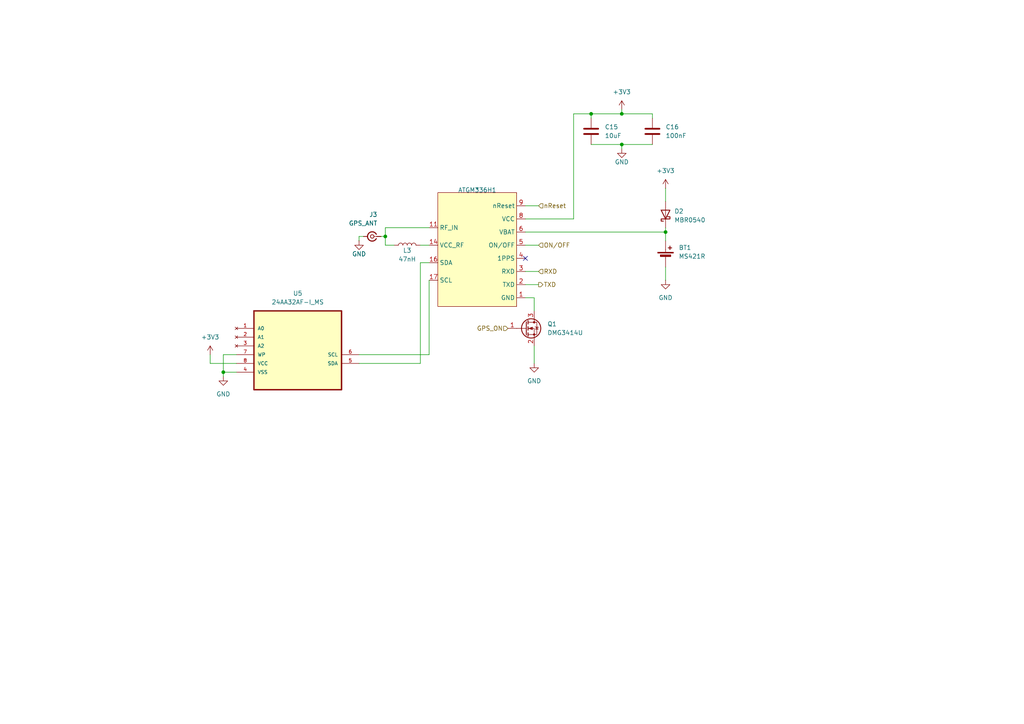
<source format=kicad_sch>
(kicad_sch (version 20231120) (generator "eeschema") (generator_version "8.0")
  (paper "A4")
  (lib_symbols
    (symbol "24AA32AF-I_MS:24AA32AF-I_MS" (pin_names (offset 1.016))
      (property "Reference" "U5" (at 0 12.7 0))
      (property "Value" "24AA32AF-I_MS" (at 0 10.16 0))
      (symbol "24AA32AF-I_MS_0_0"
        (rectangle (start -12.7 -15.24) (end 12.7 7.62) (stroke (width 0.4064)) (fill (type background)))
        (pin no_connect line (at -17.78 2.54 0) (length 5.08) (name "A0") (number "1"))
        (pin no_connect line (at -17.78 0 0) (length 5.08) (name "A1") (number "2"))
        (pin no_connect line (at -17.78 -2.54 0) (length 5.08) (name "A2") (number "3"))
        (pin passive line (at -17.78 -10.16 0) (length 5.08) (name "VSS") (number "4"))
        (pin bidirectional line (at 17.78 -7.62 180) (length 5.08) (name "SDA") (number "5"))
        (pin input line (at 17.78 -5.08 180) (length 5.08) (name "SCL") (number "6"))
        (pin input line (at -17.78 -5.08 0) (length 5.08) (name "WP") (number "7"))
        (pin power_in line (at -17.78 -7.62 0) (length 5.08) (name "VCC") (number "8"))
      )
    )
    (symbol "Connector:Conn_Coaxial_Small" (pin_numbers hide) (pin_names (offset 1.016) hide)
      (property "Reference" "J" (at 0.254 3.048 0))
      (property "Value" "Conn_Coaxial_Small" (at 0 -3.81 0))
      (symbol "Conn_Coaxial_Small_0_1"
        (polyline (pts (xy -2.54 0) (xy -0.508 0)))
        (circle (center 0 0) (radius 0.508) (stroke (width 0.2032)))
      )
      (symbol "Conn_Coaxial_Small_1_1"
        (arc (start -1.1916 -0.6311) (mid 0.327 -1.3081) (end 1.3484 0.0039) (stroke (width 0.3048)))
        (arc (start 1.3484 -0.0039) (mid 0.327 1.3081) (end -1.1916 0.6311) (stroke (width 0.3048)))
        (pin passive line (at -2.54 0 0) (length 1.27) (name "In") (number "1"))
        (pin passive line (at 2.54 0 180) (length 1.27) (name "Ext") (number "2"))
      )
    )
    (symbol "Device:Battery_Cell" (pin_numbers hide) (pin_names (offset 0) hide)
      (property "Reference" "BT" (at 2.54 2.54 0))
      (property "Value" "Battery_Cell" (at 2.54 0 0))
      (symbol "Battery_Cell_0_1"
        (rectangle (start -2.286 1.778) (end 2.286 1.524) (fill (type outline)))
        (rectangle (start -1.524 1.016) (end 1.524 0.508) (fill (type outline)))
        (polyline (pts (xy 0 0.762) (xy 0 0)))
        (polyline (pts (xy 0 1.778) (xy 0 2.54)))
        (polyline (pts (xy 0.762 3.048) (xy 1.778 3.048)) (stroke (width 0.254)))
        (polyline (pts (xy 1.27 3.556) (xy 1.27 2.54)) (stroke (width 0.254)))
      )
      (symbol "Battery_Cell_1_1"
        (pin passive line (at 0 5.08 270) (length 2.54) (name "+") (number "1"))
        (pin passive line (at 0 -2.54 90) (length 2.54) (name "-") (number "2"))
      )
    )
    (symbol "Device:C" (pin_numbers hide) (pin_names (offset 0.254))
      (property "Reference" "C" (at 0.635 2.54 0))
      (property "Value" "C" (at 0.635 -2.54 0))
      (symbol "C_0_1"
        (polyline (pts (xy -2.032 -0.762) (xy 2.032 -0.762)) (stroke (width 0.508)))
        (polyline (pts (xy -2.032 0.762) (xy 2.032 0.762)) (stroke (width 0.508)))
      )
      (symbol "C_1_1"
        (pin passive line (at 0 3.81 270) (length 2.794) (name "~") (number "1"))
        (pin passive line (at 0 -3.81 90) (length 2.794) (name "~") (number "2"))
      )
    )
    (symbol "Device:L" (pin_numbers hide) (pin_names (offset 1.016) hide)
      (property "Reference" "L" (at -1.27 0 90))
      (property "Value" "L" (at 1.905 0 90))
      (symbol "L_0_1"
        (arc (start 0 -2.54) (mid 0.6323 -1.905) (end 0 -1.27))
        (arc (start 0 -1.27) (mid 0.6323 -0.635) (end 0 0))
        (arc (start 0 0) (mid 0.6323 0.635) (end 0 1.27))
        (arc (start 0 1.27) (mid 0.6323 1.905) (end 0 2.54))
      )
      (symbol "L_1_1"
        (pin passive line (at 0 3.81 270) (length 1.27) (name "1") (number "1"))
        (pin passive line (at 0 -3.81 90) (length 1.27) (name "2") (number "2"))
      )
    )
    (symbol "Diode:MBR0540" (pin_numbers hide) (pin_names (offset 1.016) hide)
      (property "Reference" "D" (at 0 2.54 0))
      (property "Value" "MBR0540" (at 0 -2.54 0))
      (symbol "MBR0540_0_1"
        (polyline (pts (xy 1.27 0) (xy -1.27 0)))
        (polyline (pts (xy 1.27 1.27) (xy 1.27 -1.27) (xy -1.27 0) (xy 1.27 1.27)) (stroke (width 0.254)))
        (polyline (pts (xy -1.905 0.635) (xy -1.905 1.27) (xy -1.27 1.27) (xy -1.27 -1.27) (xy -0.635 -1.27) (xy -0.635 -0.635)) (stroke (width 0.254)))
      )
      (symbol "MBR0540_1_1"
        (pin passive line (at -3.81 0 0) (length 2.54) (name "K") (number "1"))
        (pin passive line (at 3.81 0 180) (length 2.54) (name "A") (number "2"))
      )
    )
    (symbol "Transistor_FET:DMG3414U" (pin_names hide)
      (property "Reference" "Q" (at 5.08 1.905 0))
      (property "Value" "DMG3414U" (at 5.08 0 0))
      (symbol "DMG3414U_0_1"
        (polyline (pts (xy 0.254 0) (xy -2.54 0)))
        (polyline (pts (xy 0.254 1.905) (xy 0.254 -1.905)) (stroke (width 0.254)))
        (polyline (pts (xy 0.762 -1.27) (xy 0.762 -2.286)) (stroke (width 0.254)))
        (polyline (pts (xy 0.762 0.508) (xy 0.762 -0.508)) (stroke (width 0.254)))
        (polyline (pts (xy 0.762 2.286) (xy 0.762 1.27)) (stroke (width 0.254)))
        (polyline (pts (xy 2.54 2.54) (xy 2.54 1.778)))
        (polyline (pts (xy 2.54 -2.54) (xy 2.54 0) (xy 0.762 0)))
        (polyline (pts (xy 0.762 -1.778) (xy 3.302 -1.778) (xy 3.302 1.778) (xy 0.762 1.778)))
        (polyline (pts (xy 1.016 0) (xy 2.032 0.381) (xy 2.032 -0.381) (xy 1.016 0)) (fill (type outline)))
        (polyline (pts (xy 2.794 0.508) (xy 2.921 0.381) (xy 3.683 0.381) (xy 3.81 0.254)))
        (polyline (pts (xy 3.302 0.381) (xy 2.921 -0.254) (xy 3.683 -0.254) (xy 3.302 0.381)))
        (circle (center 1.651 0) (radius 2.794) (stroke (width 0.254)))
        (circle (center 2.54 -1.778) (radius 0.254) (fill (type outline)))
        (circle (center 2.54 1.778) (radius 0.254) (fill (type outline)))
      )
      (symbol "DMG3414U_1_1"
        (pin input line (at -5.08 0 0) (length 2.54) (name "G") (number "1"))
        (pin passive line (at 2.54 -5.08 90) (length 2.54) (name "S") (number "2"))
        (pin passive line (at 2.54 5.08 270) (length 2.54) (name "D") (number "3"))
      )
    )
    (symbol "customSymbols:ATGM336H"
      (property "Reference" "ATGM336H" (at -5.588 14.732 0))
      (symbol "ATGM336H_1_1"
        (rectangle (start -11.43 16.51) (end 11.43 -16.51) (fill (type background)))
        (pin power_in line (at 13.97 -13.97 180) (length 2.54) (name "GND") (number "1"))
        (pin input line (at -13.97 6.35 0) (length 2.54) (name "RF_IN") (number "11"))
        (pin power_in line (at -13.97 1.27 0) (length 2.54) (name "VCC_RF") (number "14"))
        (pin bidirectional line (at -13.97 -3.81 0) (length 2.54) (name "SDA") (number "16"))
        (pin bidirectional line (at -13.97 -8.89 0) (length 2.54) (name "SCL") (number "17"))
        (pin output line (at 13.97 -10.16 180) (length 2.54) (name "TXD") (number "2"))
        (pin input line (at 13.97 -6.35 180) (length 2.54) (name "RXD") (number "3"))
        (pin output line (at 13.97 -2.54 180) (length 2.54) (name "1PPS") (number "4"))
        (pin input line (at 13.97 1.27 180) (length 2.54) (name "ON/OFF") (number "5"))
        (pin power_in line (at 13.97 5.08 180) (length 2.54) (name "VBAT") (number "6"))
        (pin power_in line (at 13.97 8.89 180) (length 2.54) (name "VCC") (number "8"))
        (pin input line (at 13.97 12.7 180) (length 2.54) (name "nReset") (number "9"))
      )
    )
    (symbol "power:+3V3" (power) (pin_numbers hide) (pin_names (offset 0) hide)
      (property "Value" "+3V3" (at 0 3.556 0))
      (symbol "+3V3_0_1"
        (polyline (pts (xy -0.762 1.27) (xy 0 2.54)))
        (polyline (pts (xy 0 0) (xy 0 2.54)))
        (polyline (pts (xy 0 2.54) (xy 0.762 1.27)))
      )
      (symbol "+3V3_1_1"
        (pin power_in line (at 0 0 90) (length 0) (name "~") (number "1"))
      )
    )
    (symbol "power:GND" (power) (pin_numbers hide) (pin_names (offset 0) hide)
      (property "Value" "GND" (at 0 -3.81 0))
      (symbol "GND_0_1"
        (polyline (pts (xy 0 0) (xy 0 -1.27) (xy 1.27 -1.27) (xy 0 -2.54) (xy -1.27 -1.27) (xy 0 -1.27)))
      )
      (symbol "GND_1_1"
        (pin power_in line (at 0 0 270) (length 0) (name "~") (number "1"))
      )
    )
  )
  (junction (at 180.34 33.02))
  (junction (at 111.76 68.58))
  (junction (at 193.04 67.31))
  (junction (at 180.34 41.91))
  (junction (at 64.77 107.95))
  (junction (at 171.45 33.02))
  (no_connect (at 152.4 74.93))
  (wire (pts (xy 166.37 63.5) (xy 166.37 33.02)))
  (wire (pts (xy 124.46 102.87) (xy 124.46 81.28)))
  (wire (pts (xy 152.4 67.31) (xy 193.04 67.31)))
  (wire (pts (xy 111.76 66.04) (xy 124.46 66.04)))
  (wire (pts (xy 180.34 31.75) (xy 180.34 33.02)))
  (wire (pts (xy 152.4 59.69) (xy 156.21 59.69)))
  (wire (pts (xy 166.37 33.02) (xy 171.45 33.02)))
  (wire (pts (xy 171.45 41.91) (xy 180.34 41.91)))
  (wire (pts (xy 180.34 41.91) (xy 189.23 41.91)))
  (wire (pts (xy 104.14 68.58) (xy 105.41 68.58)))
  (wire (pts (xy 154.94 100.33) (xy 154.94 105.41)))
  (wire (pts (xy 180.34 33.02) (xy 189.23 33.02)))
  (wire (pts (xy 110.49 68.58) (xy 111.76 68.58)))
  (wire (pts (xy 154.94 86.36) (xy 154.94 90.17)))
  (wire (pts (xy 193.04 66.04) (xy 193.04 67.31)))
  (wire (pts (xy 121.92 76.2) (xy 124.46 76.2)))
  (wire (pts (xy 111.76 66.04) (xy 111.76 68.58)))
  (wire (pts (xy 152.4 78.74) (xy 156.21 78.74)))
  (wire (pts (xy 60.96 102.87) (xy 60.96 105.41)))
  (wire (pts (xy 111.76 71.12) (xy 111.76 68.58)))
  (wire (pts (xy 104.14 102.87) (xy 124.46 102.87)))
  (wire (pts (xy 68.58 107.95) (xy 64.77 107.95)))
  (wire (pts (xy 60.96 105.41) (xy 68.58 105.41)))
  (wire (pts (xy 171.45 33.02) (xy 180.34 33.02)))
  (wire (pts (xy 68.58 102.87) (xy 64.77 102.87)))
  (wire (pts (xy 104.14 69.85) (xy 104.14 68.58)))
  (wire (pts (xy 193.04 67.31) (xy 193.04 69.85)))
  (wire (pts (xy 152.4 82.55) (xy 156.21 82.55)))
  (wire (pts (xy 64.77 102.87) (xy 64.77 107.95)))
  (wire (pts (xy 193.04 54.61) (xy 193.04 58.42)))
  (wire (pts (xy 152.4 63.5) (xy 166.37 63.5)))
  (wire (pts (xy 121.92 71.12) (xy 124.46 71.12)))
  (wire (pts (xy 121.92 105.41) (xy 121.92 76.2)))
  (wire (pts (xy 189.23 33.02) (xy 189.23 34.29)))
  (wire (pts (xy 193.04 77.47) (xy 193.04 81.28)))
  (wire (pts (xy 152.4 71.12) (xy 156.21 71.12)))
  (wire (pts (xy 64.77 107.95) (xy 64.77 109.22)))
  (wire (pts (xy 104.14 105.41) (xy 121.92 105.41)))
  (wire (pts (xy 171.45 34.29) (xy 171.45 33.02)))
  (wire (pts (xy 180.34 43.18) (xy 180.34 41.91)))
  (wire (pts (xy 152.4 86.36) (xy 154.94 86.36)))
  (wire (pts (xy 114.3 71.12) (xy 111.76 71.12)))
  (hierarchical_label "nReset" (shape input) (at 156.21 59.69 0))
  (hierarchical_label "ON{slash}OFF" (shape input) (at 156.21 71.12 0))
  (hierarchical_label "TXD" (shape output) (at 156.21 82.55 0))
  (hierarchical_label "GPS_ON" (shape input) (at 147.32 95.25 180))
  (hierarchical_label "RXD" (shape input) (at 156.21 78.74 0))
  (symbol (lib_id "Device:C") (at 171.45 38.1 0) (unit 1)
    (property "Reference" "C15" (at 175.4003 36.8299 0) (effects (justify left)))
    (property "Value" "10uF" (at 175.4003 39.3699 0) (effects (justify left)))
    (property "Footprint" "Capacitor_SMD:C_0402_1005Metric" (effects (hide yes)))
    (property "Description" "Unpolarized capacitor" (effects (hide yes)))
  )
  (symbol (lib_id "Device:Battery_Cell") (at 193.04 74.93 0) (unit 1)
    (property "Reference" "BT1" (at 196.85 71.8184 0) (effects (justify left)))
    (property "Value" "MS421R" (at 196.85 74.3584 0) (effects (justify left)))
    (property "Footprint" "custom_comps:MSR421R" (effects (hide yes)))
    (property "Description" "Single-cell battery" (effects (hide yes)))
  )
  (symbol (lib_id "24AA32AF-I_MS:24AA32AF-I_MS") (at 86.36 97.79 0) (unit 1)
    (property "Reference" "U5" (at 86.36 85.09 0))
    (property "Value" "24AA32AF-I_MS" (at 86.36 87.63 0))
    (property "Footprint" "custom_comps:SOP65P490X110-8N" (effects (hide yes)))
    (property "MF" "Microchip" (effects (hide yes)))
    (property "Description_1" "\n32K, 4K X 8 1.8V SERIAL EE IND, 1/4 ARRAY WRITE PROTECT8 MSOP 3x3mm TUBE | Microchip Technology Inc. 24AA32AF-I/MS\n" (effects (hide yes)))
    (property "PACKAGE" "MSOP8" (effects (hide yes)))
    (property "MPN" "24AA32AF-I/MS" (effects (hide yes)))
    (property "Price" "None" (effects (hide yes)))
    (property "Package" "MSOP-8 Microchip" (effects (hide yes)))
    (property "OC_FARNELL" "1331296" (effects (hide yes)))
    (property "SnapEDA_Link" "https://www.snapeda.com/parts/24AA32AF-I/MS/Microchip/view-part/?ref=snap" (effects (hide yes)))
    (property "MP" "24AA32AF-I/MS" (effects (hide yes)))
    (property "Purchase-URL" "https://www.snapeda.com/api/url_track_click_mouser/?unipart_id=1099799&manufacturer=Microchip&part_name=24AA32AF-I/MS&search_term=None" (effects (hide yes)))
    (property "SUPPLIER" "Microchip" (effects (hide yes)))
    (property "OC_NEWARK" "40C2562" (effects (hide yes)))
    (property "Availability" "In Stock" (effects (hide yes)))
    (property "Check_prices" "https://www.snapeda.com/parts/24AA32AF-I/MS/Microchip/view-part/?ref=eda" (effects (hide yes)))
  )
  (symbol (lib_id "Connector:Conn_Coaxial_Small") (at 107.95 68.58 0) (mirror y) (unit 1)
    (property "Reference" "J3" (at 109.474 62.23 0) (effects (justify left)))
    (property "Value" "GPS_ANT" (at 109.474 64.77 0) (effects (justify left)))
    (property "Footprint" "Connector_Coaxial:U.FL_Molex_MCRF_73412-0110_Vertical" (effects (hide yes)))
    (property "Datasheet" " ~" (effects (hide yes)))
    (property "Description" "small coaxial connector (BNC, SMA, SMB, SMC, Cinch/RCA, LEMO, ...)" (effects (hide yes)))
  )
  (symbol (lib_id "power:+3V3") (at 193.04 54.61 0) (unit 1)
    (property "Reference" "#PWR041" (effects (hide yes)))
    (property "Value" "+3V3" (at 193.04 49.53 0))
    (property "Description" "Power symbol creates a global label with name \"+3V3\"" (effects (hide yes)))
  )
  (symbol (lib_id "power:+3V3") (at 60.96 102.87 0) (unit 1)
    (property "Reference" "#PWR035" (effects (hide yes)))
    (property "Value" "+3V3" (at 60.96 97.79 0))
    (property "Description" "Power symbol creates a global label with name \"+3V3\"" (effects (hide yes)))
  )
  (symbol (lib_id "Diode:MBR0540") (at 193.04 62.23 90) (unit 1)
    (property "Reference" "D2" (at 195.58 61.2774 90) (effects (justify right)))
    (property "Value" "MBR0540" (at 195.58 63.8174 90) (effects (justify right)))
    (property "Footprint" "Diode_SMD:D_SOD-123" (effects (hide yes)))
    (property "Datasheet" "http://www.mccsemi.com/up_pdf/MBR0520~MBR0580(SOD123).pdf" (effects (hide yes)))
    (property "Description" "40V 0.5A Schottky Power Rectifier Diode, SOD-123" (effects (hide yes)))
  )
  (symbol (lib_id "customSymbols:ATGM336H") (at 138.43 72.39 0) (unit 1)
    (property "Reference" "ATGM336H1" (at 138.43 55.118 0))
    (property "Value" "~" (at 138.43 54.61 0))
    (property "Footprint" "custom_comps:ATGM336H" (effects (hide yes)))
  )
  (symbol (lib_id "Transistor_FET:DMG3414U") (at 152.4 95.25 0) (unit 1)
    (property "Reference" "Q1" (at 158.75 93.9799 0) (effects (justify left)))
    (property "Value" "DMG3414U" (at 158.75 96.5199 0) (effects (justify left)))
    (property "Footprint" "Package_TO_SOT_SMD:SOT-23" (effects (hide yes)))
    (property "Datasheet" "http://www.diodes.com/assets/Datasheets/ds31739.pdf" (effects (hide yes)))
    (property "Description" "4.2A Id, 20V Vds, N-Channel MOSFET, SOT-23" (effects (hide yes)))
  )
  (symbol (lib_id "power:GND") (at 104.14 69.85 0) (unit 1)
    (property "Reference" "#PWR037" (effects (hide yes)))
    (property "Value" "GND" (at 104.14 73.66 0))
    (property "Description" "Power symbol creates a global label with name \"GND\" , ground" (effects (hide yes)))
  )
  (symbol (lib_id "power:GND") (at 64.77 109.22 0) (unit 1)
    (property "Reference" "#PWR036" (effects (hide yes)))
    (property "Value" "GND" (at 64.77 114.3 0))
    (property "Description" "Power symbol creates a global label with name \"GND\" , ground" (effects (hide yes)))
  )
  (symbol (lib_id "Device:C") (at 189.23 38.1 0) (unit 1)
    (property "Reference" "C16" (at 193.04 36.8299 0) (effects (justify left)))
    (property "Value" "100nF" (at 193.04 39.3699 0) (effects (justify left)))
    (property "Footprint" "Capacitor_SMD:C_0402_1005Metric" (effects (hide yes)))
    (property "Description" "Unpolarized capacitor" (effects (hide yes)))
  )
  (symbol (lib_id "power:GND") (at 180.34 43.18 0) (unit 1)
    (property "Reference" "#PWR039" (effects (hide yes)))
    (property "Value" "GND" (at 180.34 46.99 0))
    (property "Description" "Power symbol creates a global label with name \"GND\" , ground" (effects (hide yes)))
  )
  (symbol (lib_id "power:GND") (at 193.04 81.28 0) (unit 1)
    (property "Reference" "#PWR042" (effects (hide yes)))
    (property "Value" "GND" (at 193.04 86.36 0))
    (property "Description" "Power symbol creates a global label with name \"GND\" , ground" (effects (hide yes)))
  )
  (symbol (lib_id "Device:L") (at 118.11 71.12 90) (unit 1)
    (property "Reference" "L3" (at 118.11 72.644 90))
    (property "Value" "47nH" (at 118.11 75.184 90))
    (property "Footprint" "Inductor_SMD:L_0402_1005Metric" (effects (hide yes)))
    (property "Description" "Inductor" (effects (hide yes)))
  )
  (symbol (lib_id "power:+3V3") (at 180.34 31.75 0) (unit 1)
    (property "Reference" "#PWR038" (effects (hide yes)))
    (property "Value" "+3V3" (at 180.34 26.67 0))
    (property "Description" "Power symbol creates a global label with name \"+3V3\"" (effects (hide yes)))
  )
  (symbol (lib_id "power:GND") (at 154.94 105.41 0) (unit 1)
    (property "Reference" "#PWR040" (effects (hide yes)))
    (property "Value" "GND" (at 154.94 110.49 0))
    (property "Description" "Power symbol creates a global label with name \"GND\" , ground" (effects (hide yes)))
  )
)
</source>
